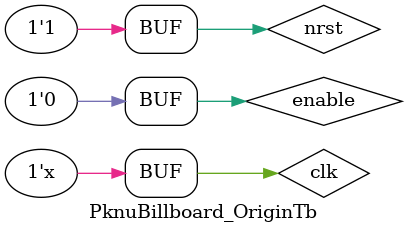
<source format=v>
`timescale 1ns / 1ps
module PknuBillboard_OriginTb;
//input
    reg clk;
    reg nrst;
    reg enable;
    wire    [4:0]   LedOut;
    // PknuBillboard instance
    PknuBillboard_Original inst1(
        .clk(clk),
        .nrst(nrst),
        .enable(enable),
        .LedOut(LedOut)
    );
    // clock generation
    always  #20 begin
        clk =   ~clk;
    end
    // testbench
    initial begin
        clk     =   1'b0;
        enable  =   1'b0;
        nrst    =   1'b1;
        
        #40 nrst    =   1'b0;
        #40 nrst    =   1'b1;
        
        #40 enable  =   1'b1;
        #40 enable  =   1'b0;
    end
endmodule


</source>
